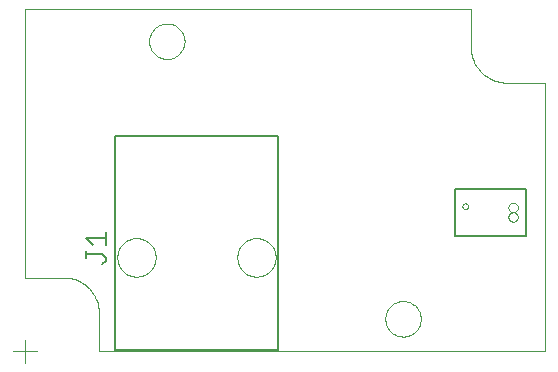
<source format=gto>
G75*
G70*
%OFA0B0*%
%FSLAX24Y24*%
%IPPOS*%
%LPD*%
%AMOC8*
5,1,8,0,0,1.08239X$1,22.5*
%
%ADD10C,0.0000*%
%ADD11C,0.0050*%
%ADD12C,0.0080*%
%ADD13C,0.0060*%
D10*
X000494Y000100D02*
X000494Y000887D01*
X000887Y000494D02*
X000100Y000494D01*
X001773Y002954D02*
X001839Y002952D01*
X001905Y002947D01*
X001971Y002937D01*
X002036Y002924D01*
X002100Y002908D01*
X002163Y002888D01*
X002225Y002864D01*
X002285Y002837D01*
X002344Y002807D01*
X002401Y002773D01*
X002456Y002736D01*
X002509Y002696D01*
X002560Y002654D01*
X002608Y002608D01*
X002654Y002560D01*
X002696Y002509D01*
X002736Y002456D01*
X002773Y002401D01*
X002807Y002344D01*
X002837Y002285D01*
X002864Y002225D01*
X002888Y002163D01*
X002908Y002100D01*
X002924Y002036D01*
X002937Y001971D01*
X002947Y001905D01*
X002952Y001839D01*
X002954Y001773D01*
X002954Y000494D01*
X017817Y000494D01*
X017817Y009450D01*
X016537Y009450D01*
X016471Y009452D01*
X016405Y009457D01*
X016339Y009467D01*
X016274Y009480D01*
X016210Y009496D01*
X016147Y009516D01*
X016085Y009540D01*
X016025Y009567D01*
X015966Y009597D01*
X015909Y009631D01*
X015854Y009668D01*
X015801Y009708D01*
X015750Y009750D01*
X015702Y009796D01*
X015656Y009844D01*
X015614Y009895D01*
X015574Y009948D01*
X015537Y010003D01*
X015503Y010060D01*
X015473Y010119D01*
X015446Y010179D01*
X015422Y010241D01*
X015402Y010304D01*
X015386Y010368D01*
X015373Y010433D01*
X015363Y010499D01*
X015358Y010565D01*
X015356Y010631D01*
X015356Y011911D01*
X000494Y011911D01*
X000494Y002954D01*
X001773Y002954D01*
X003566Y003624D02*
X003568Y003674D01*
X003574Y003724D01*
X003584Y003773D01*
X003597Y003822D01*
X003615Y003869D01*
X003636Y003915D01*
X003660Y003958D01*
X003688Y004000D01*
X003719Y004040D01*
X003753Y004077D01*
X003790Y004111D01*
X003830Y004142D01*
X003872Y004170D01*
X003915Y004194D01*
X003961Y004215D01*
X004008Y004233D01*
X004057Y004246D01*
X004106Y004256D01*
X004156Y004262D01*
X004206Y004264D01*
X004256Y004262D01*
X004306Y004256D01*
X004355Y004246D01*
X004404Y004233D01*
X004451Y004215D01*
X004497Y004194D01*
X004540Y004170D01*
X004582Y004142D01*
X004622Y004111D01*
X004659Y004077D01*
X004693Y004040D01*
X004724Y004000D01*
X004752Y003958D01*
X004776Y003915D01*
X004797Y003869D01*
X004815Y003822D01*
X004828Y003773D01*
X004838Y003724D01*
X004844Y003674D01*
X004846Y003624D01*
X004844Y003574D01*
X004838Y003524D01*
X004828Y003475D01*
X004815Y003426D01*
X004797Y003379D01*
X004776Y003333D01*
X004752Y003290D01*
X004724Y003248D01*
X004693Y003208D01*
X004659Y003171D01*
X004622Y003137D01*
X004582Y003106D01*
X004540Y003078D01*
X004497Y003054D01*
X004451Y003033D01*
X004404Y003015D01*
X004355Y003002D01*
X004306Y002992D01*
X004256Y002986D01*
X004206Y002984D01*
X004156Y002986D01*
X004106Y002992D01*
X004057Y003002D01*
X004008Y003015D01*
X003961Y003033D01*
X003915Y003054D01*
X003872Y003078D01*
X003830Y003106D01*
X003790Y003137D01*
X003753Y003171D01*
X003719Y003208D01*
X003688Y003248D01*
X003660Y003290D01*
X003636Y003333D01*
X003615Y003379D01*
X003597Y003426D01*
X003584Y003475D01*
X003574Y003524D01*
X003568Y003574D01*
X003566Y003624D01*
X007566Y003624D02*
X007568Y003674D01*
X007574Y003724D01*
X007584Y003773D01*
X007597Y003822D01*
X007615Y003869D01*
X007636Y003915D01*
X007660Y003958D01*
X007688Y004000D01*
X007719Y004040D01*
X007753Y004077D01*
X007790Y004111D01*
X007830Y004142D01*
X007872Y004170D01*
X007915Y004194D01*
X007961Y004215D01*
X008008Y004233D01*
X008057Y004246D01*
X008106Y004256D01*
X008156Y004262D01*
X008206Y004264D01*
X008256Y004262D01*
X008306Y004256D01*
X008355Y004246D01*
X008404Y004233D01*
X008451Y004215D01*
X008497Y004194D01*
X008540Y004170D01*
X008582Y004142D01*
X008622Y004111D01*
X008659Y004077D01*
X008693Y004040D01*
X008724Y004000D01*
X008752Y003958D01*
X008776Y003915D01*
X008797Y003869D01*
X008815Y003822D01*
X008828Y003773D01*
X008838Y003724D01*
X008844Y003674D01*
X008846Y003624D01*
X008844Y003574D01*
X008838Y003524D01*
X008828Y003475D01*
X008815Y003426D01*
X008797Y003379D01*
X008776Y003333D01*
X008752Y003290D01*
X008724Y003248D01*
X008693Y003208D01*
X008659Y003171D01*
X008622Y003137D01*
X008582Y003106D01*
X008540Y003078D01*
X008497Y003054D01*
X008451Y003033D01*
X008404Y003015D01*
X008355Y003002D01*
X008306Y002992D01*
X008256Y002986D01*
X008206Y002984D01*
X008156Y002986D01*
X008106Y002992D01*
X008057Y003002D01*
X008008Y003015D01*
X007961Y003033D01*
X007915Y003054D01*
X007872Y003078D01*
X007830Y003106D01*
X007790Y003137D01*
X007753Y003171D01*
X007719Y003208D01*
X007688Y003248D01*
X007660Y003290D01*
X007636Y003333D01*
X007615Y003379D01*
X007597Y003426D01*
X007584Y003475D01*
X007574Y003524D01*
X007568Y003574D01*
X007566Y003624D01*
X012501Y001576D02*
X012503Y001624D01*
X012509Y001672D01*
X012519Y001719D01*
X012532Y001765D01*
X012550Y001810D01*
X012570Y001854D01*
X012595Y001896D01*
X012623Y001935D01*
X012653Y001972D01*
X012687Y002006D01*
X012724Y002038D01*
X012762Y002067D01*
X012803Y002092D01*
X012846Y002114D01*
X012891Y002132D01*
X012937Y002146D01*
X012984Y002157D01*
X013032Y002164D01*
X013080Y002167D01*
X013128Y002166D01*
X013176Y002161D01*
X013224Y002152D01*
X013270Y002140D01*
X013315Y002123D01*
X013359Y002103D01*
X013401Y002080D01*
X013441Y002053D01*
X013479Y002023D01*
X013514Y001990D01*
X013546Y001954D01*
X013576Y001916D01*
X013602Y001875D01*
X013624Y001832D01*
X013644Y001788D01*
X013659Y001743D01*
X013671Y001696D01*
X013679Y001648D01*
X013683Y001600D01*
X013683Y001552D01*
X013679Y001504D01*
X013671Y001456D01*
X013659Y001409D01*
X013644Y001364D01*
X013624Y001320D01*
X013602Y001277D01*
X013576Y001236D01*
X013546Y001198D01*
X013514Y001162D01*
X013479Y001129D01*
X013441Y001099D01*
X013401Y001072D01*
X013359Y001049D01*
X013315Y001029D01*
X013270Y001012D01*
X013224Y001000D01*
X013176Y000991D01*
X013128Y000986D01*
X013080Y000985D01*
X013032Y000988D01*
X012984Y000995D01*
X012937Y001006D01*
X012891Y001020D01*
X012846Y001038D01*
X012803Y001060D01*
X012762Y001085D01*
X012724Y001114D01*
X012687Y001146D01*
X012653Y001180D01*
X012623Y001217D01*
X012595Y001256D01*
X012570Y001298D01*
X012550Y001342D01*
X012532Y001387D01*
X012519Y001433D01*
X012509Y001480D01*
X012503Y001528D01*
X012501Y001576D01*
X016604Y004972D02*
X016606Y004997D01*
X016612Y005021D01*
X016621Y005043D01*
X016634Y005064D01*
X016650Y005083D01*
X016669Y005099D01*
X016690Y005112D01*
X016712Y005121D01*
X016736Y005127D01*
X016761Y005129D01*
X016786Y005127D01*
X016810Y005121D01*
X016832Y005112D01*
X016853Y005099D01*
X016872Y005083D01*
X016888Y005064D01*
X016901Y005043D01*
X016910Y005021D01*
X016916Y004997D01*
X016918Y004972D01*
X016916Y004947D01*
X016910Y004923D01*
X016901Y004901D01*
X016888Y004880D01*
X016872Y004861D01*
X016853Y004845D01*
X016832Y004832D01*
X016810Y004823D01*
X016786Y004817D01*
X016761Y004815D01*
X016736Y004817D01*
X016712Y004823D01*
X016690Y004832D01*
X016669Y004845D01*
X016650Y004861D01*
X016634Y004880D01*
X016621Y004901D01*
X016612Y004923D01*
X016606Y004947D01*
X016604Y004972D01*
X016604Y005287D02*
X016606Y005312D01*
X016612Y005336D01*
X016621Y005358D01*
X016634Y005379D01*
X016650Y005398D01*
X016669Y005414D01*
X016690Y005427D01*
X016712Y005436D01*
X016736Y005442D01*
X016761Y005444D01*
X016786Y005442D01*
X016810Y005436D01*
X016832Y005427D01*
X016853Y005414D01*
X016872Y005398D01*
X016888Y005379D01*
X016901Y005358D01*
X016910Y005336D01*
X016916Y005312D01*
X016918Y005287D01*
X016916Y005262D01*
X016910Y005238D01*
X016901Y005216D01*
X016888Y005195D01*
X016872Y005176D01*
X016853Y005160D01*
X016832Y005147D01*
X016810Y005138D01*
X016786Y005132D01*
X016761Y005130D01*
X016736Y005132D01*
X016712Y005138D01*
X016690Y005147D01*
X016669Y005160D01*
X016650Y005176D01*
X016634Y005195D01*
X016621Y005216D01*
X016612Y005238D01*
X016606Y005262D01*
X016604Y005287D01*
X015067Y005326D02*
X015069Y005345D01*
X015074Y005364D01*
X015084Y005380D01*
X015096Y005395D01*
X015111Y005407D01*
X015127Y005417D01*
X015146Y005422D01*
X015165Y005424D01*
X015184Y005422D01*
X015203Y005417D01*
X015219Y005407D01*
X015234Y005395D01*
X015246Y005380D01*
X015256Y005364D01*
X015261Y005345D01*
X015263Y005326D01*
X015261Y005307D01*
X015256Y005288D01*
X015246Y005272D01*
X015234Y005257D01*
X015219Y005245D01*
X015203Y005235D01*
X015184Y005230D01*
X015165Y005228D01*
X015146Y005230D01*
X015127Y005235D01*
X015111Y005245D01*
X015096Y005257D01*
X015084Y005272D01*
X015074Y005288D01*
X015069Y005307D01*
X015067Y005326D01*
X004627Y010828D02*
X004629Y010876D01*
X004635Y010924D01*
X004645Y010971D01*
X004658Y011017D01*
X004676Y011062D01*
X004696Y011106D01*
X004721Y011148D01*
X004749Y011187D01*
X004779Y011224D01*
X004813Y011258D01*
X004850Y011290D01*
X004888Y011319D01*
X004929Y011344D01*
X004972Y011366D01*
X005017Y011384D01*
X005063Y011398D01*
X005110Y011409D01*
X005158Y011416D01*
X005206Y011419D01*
X005254Y011418D01*
X005302Y011413D01*
X005350Y011404D01*
X005396Y011392D01*
X005441Y011375D01*
X005485Y011355D01*
X005527Y011332D01*
X005567Y011305D01*
X005605Y011275D01*
X005640Y011242D01*
X005672Y011206D01*
X005702Y011168D01*
X005728Y011127D01*
X005750Y011084D01*
X005770Y011040D01*
X005785Y010995D01*
X005797Y010948D01*
X005805Y010900D01*
X005809Y010852D01*
X005809Y010804D01*
X005805Y010756D01*
X005797Y010708D01*
X005785Y010661D01*
X005770Y010616D01*
X005750Y010572D01*
X005728Y010529D01*
X005702Y010488D01*
X005672Y010450D01*
X005640Y010414D01*
X005605Y010381D01*
X005567Y010351D01*
X005527Y010324D01*
X005485Y010301D01*
X005441Y010281D01*
X005396Y010264D01*
X005350Y010252D01*
X005302Y010243D01*
X005254Y010238D01*
X005206Y010237D01*
X005158Y010240D01*
X005110Y010247D01*
X005063Y010258D01*
X005017Y010272D01*
X004972Y010290D01*
X004929Y010312D01*
X004888Y010337D01*
X004850Y010366D01*
X004813Y010398D01*
X004779Y010432D01*
X004749Y010469D01*
X004721Y010508D01*
X004696Y010550D01*
X004676Y010594D01*
X004658Y010639D01*
X004645Y010685D01*
X004635Y010732D01*
X004629Y010780D01*
X004627Y010828D01*
D11*
X014830Y005917D02*
X014830Y004342D01*
X017193Y004342D01*
X017193Y005917D01*
X014830Y005917D01*
D12*
X008914Y007679D02*
X008914Y000553D01*
X003499Y000553D01*
X003499Y007679D01*
X008914Y007679D01*
D13*
X003176Y004475D02*
X003176Y004048D01*
X003176Y004262D02*
X002536Y004262D01*
X002749Y004048D01*
X002536Y003831D02*
X002536Y003617D01*
X002536Y003724D02*
X003070Y003724D01*
X003176Y003617D01*
X003176Y003510D01*
X003070Y003404D01*
M02*

</source>
